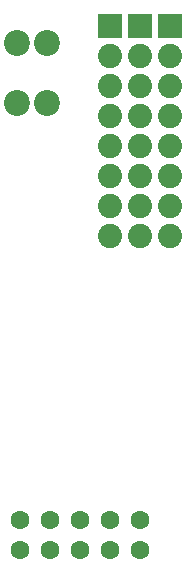
<source format=gbs>
G04 #@! TF.FileFunction,Soldermask,Bot*
%FSLAX46Y46*%
G04 Gerber Fmt 4.6, Leading zero omitted, Abs format (unit mm)*
G04 Created by KiCad (PCBNEW 4.0.7) date 07/31/18 09:39:55*
%MOMM*%
%LPD*%
G01*
G04 APERTURE LIST*
%ADD10C,0.100000*%
%ADD11C,1.600000*%
%ADD12C,2.200000*%
%ADD13R,2.051000X2.051000*%
%ADD14C,2.051000*%
G04 APERTURE END LIST*
D10*
D11*
X155080000Y-120230000D03*
X155080000Y-122770000D03*
X152540000Y-120230000D03*
X152540000Y-122770000D03*
X150000000Y-120230000D03*
X150000000Y-122770000D03*
X147460000Y-120230000D03*
X147460000Y-122770000D03*
X144920000Y-120230000D03*
X144920000Y-122770000D03*
D12*
X144666000Y-79880000D03*
X147206000Y-79880000D03*
X144666000Y-84960000D03*
X147206000Y-84960000D03*
D13*
X155080000Y-78410000D03*
D14*
X155080000Y-80950000D03*
X155080000Y-83490000D03*
X155080000Y-86030000D03*
X155080000Y-88570000D03*
X155080000Y-91110000D03*
X155080000Y-93650000D03*
X155080000Y-96190000D03*
D13*
X157620000Y-78410000D03*
D14*
X157620000Y-80950000D03*
X157620000Y-83490000D03*
X157620000Y-86030000D03*
X157620000Y-88570000D03*
X157620000Y-91110000D03*
X157620000Y-93650000D03*
X157620000Y-96190000D03*
D13*
X152540000Y-78410000D03*
D14*
X152540000Y-80950000D03*
X152540000Y-83490000D03*
X152540000Y-86030000D03*
X152540000Y-88570000D03*
X152540000Y-91110000D03*
X152540000Y-93650000D03*
X152540000Y-96190000D03*
M02*

</source>
